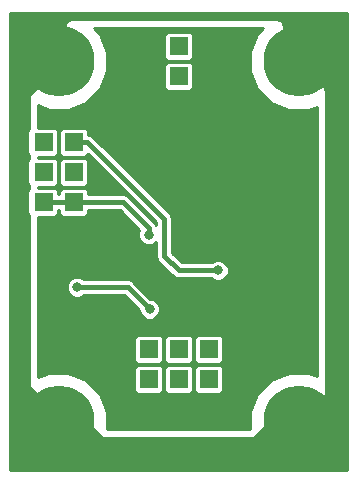
<source format=gbr>
G04 #@! TF.GenerationSoftware,KiCad,Pcbnew,(2017-02-05 revision 431abcf)-makepkg*
G04 #@! TF.CreationDate,2017-03-01T08:27:15+01:00*
G04 #@! TF.ProjectId,SYMPOWER02A,53594D504F5745523032412E6B696361,rev?*
G04 #@! TF.FileFunction,Copper,L1,Top,Signal*
G04 #@! TF.FilePolarity,Positive*
%FSLAX46Y46*%
G04 Gerber Fmt 4.6, Leading zero omitted, Abs format (unit mm)*
G04 Created by KiCad (PCBNEW (2017-02-05 revision 431abcf)-makepkg) date 03/01/17 08:27:15*
%MOMM*%
%LPD*%
G01*
G04 APERTURE LIST*
%ADD10C,1.300000*%
%ADD11C,0.500000*%
%ADD12C,6.000000*%
%ADD13R,1.524000X1.524000*%
%ADD14C,0.800000*%
%ADD15C,0.600000*%
%ADD16C,0.200000*%
%ADD17C,0.250000*%
%ADD18C,0.400000*%
%ADD19C,0.800000*%
%ADD20C,0.254000*%
G04 APERTURE END LIST*
D10*
D11*
X16256000Y20066000D03*
X15556000Y20066000D03*
X16956000Y20066000D03*
D12*
X5080000Y5080000D03*
X25400000Y5080000D03*
X25400000Y35560000D03*
X5080000Y35560000D03*
D13*
X12700000Y34290000D03*
X12700000Y36830000D03*
X15240000Y34290000D03*
X15240000Y36830000D03*
X17780000Y34290000D03*
X17780000Y36830000D03*
X3810000Y26162000D03*
X6350000Y26162000D03*
X6350000Y28702000D03*
X3810000Y28702000D03*
X3810000Y23622000D03*
X6350000Y23622000D03*
X10160000Y8636000D03*
X10160000Y11176000D03*
X12700000Y8636000D03*
X12700000Y11176000D03*
X15240000Y8636000D03*
X15240000Y11176000D03*
X17780000Y8636000D03*
X17780000Y11176000D03*
X20320000Y8636000D03*
X20320000Y11176000D03*
D14*
X19837400Y6273800D03*
X10541000Y6248400D03*
X3835400Y20243800D03*
X19024600Y13690600D03*
X18948400Y14960600D03*
X26111200Y10033000D03*
X9905996Y12674600D03*
X10261600Y20472400D03*
X11303000Y20370800D03*
X11277600Y21412200D03*
X3860800Y21742400D03*
X12852400Y19456400D03*
X5207000Y14732000D03*
X3810000Y14859000D03*
X6858000Y9398000D03*
X10287000Y21463000D03*
X23495000Y18542000D03*
X22352000Y18542000D03*
X20574002Y18796000D03*
X8382000Y11938000D03*
X8382000Y10160000D03*
X8382000Y8636000D03*
X21590000Y32258000D03*
X10414000Y33782000D03*
X10414000Y35560000D03*
X10414000Y37084000D03*
X19812000Y34036000D03*
X19812000Y35560000D03*
X19812000Y37084000D03*
X4064000Y30734000D03*
X7112000Y30734000D03*
X8890000Y30734000D03*
X9906000Y31496000D03*
X11176000Y32766000D03*
X17018000Y27432000D03*
X16002000Y26670000D03*
X16256000Y24638000D03*
X19558000Y27686000D03*
X18288000Y27686000D03*
X16764000Y28448000D03*
X15748000Y29210000D03*
X6654800Y16433798D03*
X12776200Y14579600D03*
X18596887Y17856200D03*
X12700000Y20878800D03*
D15*
X19812000Y6248400D02*
X19837400Y6273800D01*
X10541000Y6248400D02*
X19812000Y6248400D01*
D16*
X3860800Y20269200D02*
X3835400Y20243800D01*
X3860800Y21742400D02*
X3860800Y20269200D01*
D15*
X18948400Y14960600D02*
X18948400Y13766800D01*
X18948400Y13766800D02*
X19024600Y13690600D01*
X22987000Y10033000D02*
X26111200Y10033000D01*
X20320000Y11176000D02*
X21844000Y11176000D01*
X21844000Y11176000D02*
X22987000Y10033000D01*
D17*
X9118600Y12674600D02*
X9905996Y12674600D01*
X8382000Y11938000D02*
X9118600Y12674600D01*
D16*
X11226800Y21463000D02*
X11277600Y21412200D01*
X10287000Y21463000D02*
X11226800Y21463000D01*
X3810000Y14859000D02*
X5080000Y14859000D01*
X5080000Y14859000D02*
X5207000Y14732000D01*
X8382000Y10160000D02*
X7620000Y10160000D01*
X7620000Y10160000D02*
X6858000Y9398000D01*
D17*
X8382000Y8636000D02*
X8382000Y10160000D01*
X21844000Y11176000D02*
X22352000Y11684000D01*
X10414000Y35560000D02*
X10414000Y33782000D01*
X12700000Y36830000D02*
X10668000Y36830000D01*
X10668000Y36830000D02*
X10414000Y37084000D01*
X19812000Y37084000D02*
X19812000Y35560000D01*
X8890000Y30734000D02*
X7112000Y30734000D01*
X11176000Y32766000D02*
X9906000Y31496000D01*
X17272000Y27686000D02*
X17018000Y27432000D01*
X18288000Y27686000D02*
X17272000Y27686000D01*
X16256000Y24638000D02*
X16256000Y26416000D01*
X16256000Y26416000D02*
X16002000Y26670000D01*
X15748000Y29210000D02*
X16002000Y29210000D01*
X16002000Y29210000D02*
X16764000Y28448000D01*
D18*
X7220485Y16433798D02*
X6654800Y16433798D01*
X10922002Y16433798D02*
X7220485Y16433798D01*
X12776200Y14579600D02*
X10922002Y16433798D01*
D19*
X1270000Y27343010D02*
X1270000Y31750000D01*
X1270000Y31750000D02*
X5080000Y35560000D01*
D18*
X1270000Y27343010D02*
X1270000Y16598990D01*
X1270000Y16598990D02*
X1358990Y16510000D01*
D19*
X9652000Y2413000D02*
X18669000Y2413000D01*
X18669000Y2413000D02*
X21082000Y2413000D01*
X23368000Y5080000D02*
X20701000Y2413000D01*
X20701000Y2413000D02*
X18669000Y2413000D01*
X25400000Y5080000D02*
X23368000Y5080000D01*
X6985000Y5080000D02*
X9652000Y2413000D01*
X5080000Y5080000D02*
X6985000Y5080000D01*
D18*
X1358990Y16510000D02*
X1358990Y9817010D01*
D19*
X5080000Y5080000D02*
X1358990Y8801010D01*
X1358990Y8801010D02*
X1358990Y16510000D01*
D17*
X22098000Y1651000D02*
X8509000Y1651000D01*
X8509000Y1651000D02*
X5080000Y5080000D01*
X22400001Y1953001D02*
X22098000Y1651000D01*
X25400000Y5080000D02*
X22400001Y2080001D01*
X22400001Y2080001D02*
X22400001Y1953001D01*
D18*
X6350000Y28702000D02*
X7512000Y28702000D01*
X7512000Y28702000D02*
X14008002Y22205998D01*
X14008002Y22205998D02*
X14008002Y19088198D01*
X14008002Y19088198D02*
X15240000Y17856200D01*
X15240000Y17856200D02*
X18596887Y17856200D01*
X12700000Y21444485D02*
X12700000Y20878800D01*
X6350000Y23622000D02*
X10522485Y23622000D01*
X10522485Y23622000D02*
X12700000Y21444485D01*
X6350000Y23622000D02*
X3810000Y23622000D01*
D20*
G36*
X29516000Y964000D02*
X964000Y964000D01*
X964000Y29464000D01*
X2400560Y29464000D01*
X2400560Y27940000D01*
X2449843Y27692235D01*
X2540000Y27557307D01*
X2540000Y27306693D01*
X2449843Y27171765D01*
X2400560Y26924000D01*
X2400560Y25400000D01*
X2449843Y25152235D01*
X2540000Y25017307D01*
X2540000Y24766693D01*
X2449843Y24631765D01*
X2400560Y24384000D01*
X2400560Y22860000D01*
X2449843Y22612235D01*
X2540000Y22477307D01*
X2540000Y7239000D01*
X2554330Y7104861D01*
X2652908Y6877552D01*
X2830970Y6705269D01*
X3061408Y6614243D01*
X5619300Y6149172D01*
X7375599Y3924526D01*
X7630996Y3731336D01*
X7874000Y3683000D01*
X22479000Y3683000D01*
X22646080Y3705375D01*
X22867803Y3815947D01*
X23030334Y4002952D01*
X24404762Y6408202D01*
X27155393Y6866640D01*
X27294004Y6906336D01*
X27500013Y7043987D01*
X27637664Y7249996D01*
X27686000Y7493000D01*
X27686000Y33020000D01*
X27643674Y33247952D01*
X27511326Y33457407D01*
X27308898Y33600270D01*
X24246508Y34961332D01*
X24155191Y38522677D01*
X24107064Y38749404D01*
X23969413Y38955413D01*
X23763404Y39093064D01*
X23520400Y39141400D01*
X6248400Y39141400D01*
X5903736Y39039722D01*
X5725879Y38867228D01*
X5627571Y38639801D01*
X5017697Y35801541D01*
X2798319Y34166210D01*
X2588336Y33898004D01*
X2540000Y33655000D01*
X2540000Y29846693D01*
X2449843Y29711765D01*
X2400560Y29464000D01*
X964000Y29464000D01*
X964000Y39676000D01*
X29516000Y39676000D01*
X29516000Y964000D01*
X29516000Y964000D01*
G37*
X29516000Y964000D02*
X964000Y964000D01*
X964000Y29464000D01*
X2400560Y29464000D01*
X2400560Y27940000D01*
X2449843Y27692235D01*
X2540000Y27557307D01*
X2540000Y27306693D01*
X2449843Y27171765D01*
X2400560Y26924000D01*
X2400560Y25400000D01*
X2449843Y25152235D01*
X2540000Y25017307D01*
X2540000Y24766693D01*
X2449843Y24631765D01*
X2400560Y24384000D01*
X2400560Y22860000D01*
X2449843Y22612235D01*
X2540000Y22477307D01*
X2540000Y7239000D01*
X2554330Y7104861D01*
X2652908Y6877552D01*
X2830970Y6705269D01*
X3061408Y6614243D01*
X5619300Y6149172D01*
X7375599Y3924526D01*
X7630996Y3731336D01*
X7874000Y3683000D01*
X22479000Y3683000D01*
X22646080Y3705375D01*
X22867803Y3815947D01*
X23030334Y4002952D01*
X24404762Y6408202D01*
X27155393Y6866640D01*
X27294004Y6906336D01*
X27500013Y7043987D01*
X27637664Y7249996D01*
X27686000Y7493000D01*
X27686000Y33020000D01*
X27643674Y33247952D01*
X27511326Y33457407D01*
X27308898Y33600270D01*
X24246508Y34961332D01*
X24155191Y38522677D01*
X24107064Y38749404D01*
X23969413Y38955413D01*
X23763404Y39093064D01*
X23520400Y39141400D01*
X6248400Y39141400D01*
X5903736Y39039722D01*
X5725879Y38867228D01*
X5627571Y38639801D01*
X5017697Y35801541D01*
X2798319Y34166210D01*
X2588336Y33898004D01*
X2540000Y33655000D01*
X2540000Y29846693D01*
X2449843Y29711765D01*
X2400560Y29464000D01*
X964000Y29464000D01*
X964000Y39676000D01*
X29516000Y39676000D01*
X29516000Y964000D01*
G36*
X21903340Y37900810D02*
X21273718Y36384513D01*
X21272285Y34742690D01*
X21899259Y33225296D01*
X23059190Y32063340D01*
X24575487Y31433718D01*
X26217310Y31432285D01*
X26924000Y31724283D01*
X26924000Y8915829D01*
X26224513Y9206282D01*
X24582690Y9207715D01*
X23065296Y8580741D01*
X21903340Y7420810D01*
X21273718Y5904513D01*
X21272444Y4445000D01*
X9206447Y4445000D01*
X9207715Y5897310D01*
X8580741Y7414704D01*
X7420810Y8576660D01*
X5904513Y9206282D01*
X4262690Y9207715D01*
X3302000Y8810766D01*
X3302000Y9398000D01*
X11451656Y9398000D01*
X11451656Y7874000D01*
X11488677Y7687884D01*
X11594103Y7530103D01*
X11751884Y7424677D01*
X11938000Y7387656D01*
X13462000Y7387656D01*
X13648116Y7424677D01*
X13805897Y7530103D01*
X13911323Y7687884D01*
X13948344Y7874000D01*
X13948344Y9398000D01*
X13991656Y9398000D01*
X13991656Y7874000D01*
X14028677Y7687884D01*
X14134103Y7530103D01*
X14291884Y7424677D01*
X14478000Y7387656D01*
X16002000Y7387656D01*
X16188116Y7424677D01*
X16345897Y7530103D01*
X16451323Y7687884D01*
X16488344Y7874000D01*
X16488344Y9398000D01*
X16531656Y9398000D01*
X16531656Y7874000D01*
X16568677Y7687884D01*
X16674103Y7530103D01*
X16831884Y7424677D01*
X17018000Y7387656D01*
X18542000Y7387656D01*
X18728116Y7424677D01*
X18885897Y7530103D01*
X18991323Y7687884D01*
X19028344Y7874000D01*
X19028344Y9398000D01*
X18991323Y9584116D01*
X18885897Y9741897D01*
X18728116Y9847323D01*
X18542000Y9884344D01*
X17018000Y9884344D01*
X16831884Y9847323D01*
X16674103Y9741897D01*
X16568677Y9584116D01*
X16531656Y9398000D01*
X16488344Y9398000D01*
X16451323Y9584116D01*
X16345897Y9741897D01*
X16188116Y9847323D01*
X16002000Y9884344D01*
X14478000Y9884344D01*
X14291884Y9847323D01*
X14134103Y9741897D01*
X14028677Y9584116D01*
X13991656Y9398000D01*
X13948344Y9398000D01*
X13911323Y9584116D01*
X13805897Y9741897D01*
X13648116Y9847323D01*
X13462000Y9884344D01*
X11938000Y9884344D01*
X11751884Y9847323D01*
X11594103Y9741897D01*
X11488677Y9584116D01*
X11451656Y9398000D01*
X3302000Y9398000D01*
X3302000Y11938000D01*
X11451656Y11938000D01*
X11451656Y10414000D01*
X11488677Y10227884D01*
X11594103Y10070103D01*
X11751884Y9964677D01*
X11938000Y9927656D01*
X13462000Y9927656D01*
X13648116Y9964677D01*
X13805897Y10070103D01*
X13911323Y10227884D01*
X13948344Y10414000D01*
X13948344Y11938000D01*
X13991656Y11938000D01*
X13991656Y10414000D01*
X14028677Y10227884D01*
X14134103Y10070103D01*
X14291884Y9964677D01*
X14478000Y9927656D01*
X16002000Y9927656D01*
X16188116Y9964677D01*
X16345897Y10070103D01*
X16451323Y10227884D01*
X16488344Y10414000D01*
X16488344Y11938000D01*
X16531656Y11938000D01*
X16531656Y10414000D01*
X16568677Y10227884D01*
X16674103Y10070103D01*
X16831884Y9964677D01*
X17018000Y9927656D01*
X18542000Y9927656D01*
X18728116Y9964677D01*
X18885897Y10070103D01*
X18991323Y10227884D01*
X19028344Y10414000D01*
X19028344Y11938000D01*
X18991323Y12124116D01*
X18885897Y12281897D01*
X18728116Y12387323D01*
X18542000Y12424344D01*
X17018000Y12424344D01*
X16831884Y12387323D01*
X16674103Y12281897D01*
X16568677Y12124116D01*
X16531656Y11938000D01*
X16488344Y11938000D01*
X16451323Y12124116D01*
X16345897Y12281897D01*
X16188116Y12387323D01*
X16002000Y12424344D01*
X14478000Y12424344D01*
X14291884Y12387323D01*
X14134103Y12281897D01*
X14028677Y12124116D01*
X13991656Y11938000D01*
X13948344Y11938000D01*
X13911323Y12124116D01*
X13805897Y12281897D01*
X13648116Y12387323D01*
X13462000Y12424344D01*
X11938000Y12424344D01*
X11751884Y12387323D01*
X11594103Y12281897D01*
X11488677Y12124116D01*
X11451656Y11938000D01*
X3302000Y11938000D01*
X3302000Y16260117D01*
X5777649Y16260117D01*
X5910882Y15937667D01*
X6157371Y15690747D01*
X6479589Y15556951D01*
X6828481Y15556647D01*
X7150931Y15689880D01*
X7217966Y15756798D01*
X10641580Y15756798D01*
X11899130Y14499248D01*
X11899049Y14405919D01*
X12032282Y14083469D01*
X12278771Y13836549D01*
X12600989Y13702753D01*
X12949881Y13702449D01*
X13272331Y13835682D01*
X13519251Y14082171D01*
X13653047Y14404389D01*
X13653351Y14753281D01*
X13520118Y15075731D01*
X13273629Y15322651D01*
X12951411Y15456447D01*
X12856692Y15456530D01*
X11400713Y16912509D01*
X11374642Y16929929D01*
X11181079Y17059264D01*
X10922002Y17110798D01*
X7218165Y17110798D01*
X7152229Y17176849D01*
X6830011Y17310645D01*
X6481119Y17310949D01*
X6158669Y17177716D01*
X5911749Y16931227D01*
X5777953Y16609009D01*
X5777649Y16260117D01*
X3302000Y16260117D01*
X3302000Y22373656D01*
X4572000Y22373656D01*
X4758116Y22410677D01*
X4915897Y22516103D01*
X5021323Y22673884D01*
X5058344Y22860000D01*
X5058344Y22945000D01*
X5101656Y22945000D01*
X5101656Y22860000D01*
X5138677Y22673884D01*
X5244103Y22516103D01*
X5401884Y22410677D01*
X5588000Y22373656D01*
X7112000Y22373656D01*
X7298116Y22410677D01*
X7455897Y22516103D01*
X7561323Y22673884D01*
X7598344Y22860000D01*
X7598344Y22945000D01*
X10242063Y22945000D01*
X11914078Y21272985D01*
X11823153Y21054011D01*
X11822849Y20705119D01*
X11956082Y20382669D01*
X12202571Y20135749D01*
X12524789Y20001953D01*
X12873681Y20001649D01*
X13196131Y20134882D01*
X13331002Y20269518D01*
X13331002Y19088198D01*
X13382536Y18829121D01*
X13446528Y18733351D01*
X13529291Y18609487D01*
X14761289Y17377489D01*
X14980923Y17230734D01*
X15240000Y17179200D01*
X18033522Y17179200D01*
X18099458Y17113149D01*
X18421676Y16979353D01*
X18770568Y16979049D01*
X19093018Y17112282D01*
X19339938Y17358771D01*
X19473734Y17680989D01*
X19474038Y18029881D01*
X19340805Y18352331D01*
X19094316Y18599251D01*
X18772098Y18733047D01*
X18423206Y18733351D01*
X18100756Y18600118D01*
X18033721Y18533200D01*
X15520422Y18533200D01*
X14685002Y19368620D01*
X14685002Y22205998D01*
X14633468Y22465075D01*
X14486713Y22684709D01*
X7990711Y29180711D01*
X7771077Y29327466D01*
X7598344Y29361825D01*
X7598344Y29464000D01*
X7561323Y29650116D01*
X7455897Y29807897D01*
X7298116Y29913323D01*
X7112000Y29950344D01*
X5588000Y29950344D01*
X5401884Y29913323D01*
X5244103Y29807897D01*
X5138677Y29650116D01*
X5101656Y29464000D01*
X5101656Y27940000D01*
X5138677Y27753884D01*
X5244103Y27596103D01*
X5401884Y27490677D01*
X5588000Y27453656D01*
X7112000Y27453656D01*
X7298116Y27490677D01*
X7455897Y27596103D01*
X7537840Y27718738D01*
X13331002Y21925576D01*
X13331002Y21675731D01*
X13325466Y21703562D01*
X13178711Y21923196D01*
X11001196Y24100711D01*
X10781562Y24247466D01*
X10522485Y24299000D01*
X7598344Y24299000D01*
X7598344Y24384000D01*
X7561323Y24570116D01*
X7455897Y24727897D01*
X7298116Y24833323D01*
X7112000Y24870344D01*
X5588000Y24870344D01*
X5401884Y24833323D01*
X5244103Y24727897D01*
X5138677Y24570116D01*
X5101656Y24384000D01*
X5101656Y24299000D01*
X5058344Y24299000D01*
X5058344Y24384000D01*
X5021323Y24570116D01*
X4915897Y24727897D01*
X4758116Y24833323D01*
X4572000Y24870344D01*
X3302000Y24870344D01*
X3302000Y24913656D01*
X4572000Y24913656D01*
X4758116Y24950677D01*
X4915897Y25056103D01*
X5021323Y25213884D01*
X5058344Y25400000D01*
X5058344Y26924000D01*
X5101656Y26924000D01*
X5101656Y25400000D01*
X5138677Y25213884D01*
X5244103Y25056103D01*
X5401884Y24950677D01*
X5588000Y24913656D01*
X7112000Y24913656D01*
X7298116Y24950677D01*
X7455897Y25056103D01*
X7561323Y25213884D01*
X7598344Y25400000D01*
X7598344Y26924000D01*
X7561323Y27110116D01*
X7455897Y27267897D01*
X7298116Y27373323D01*
X7112000Y27410344D01*
X5588000Y27410344D01*
X5401884Y27373323D01*
X5244103Y27267897D01*
X5138677Y27110116D01*
X5101656Y26924000D01*
X5058344Y26924000D01*
X5021323Y27110116D01*
X4915897Y27267897D01*
X4758116Y27373323D01*
X4572000Y27410344D01*
X3302000Y27410344D01*
X3302000Y27453656D01*
X4572000Y27453656D01*
X4758116Y27490677D01*
X4915897Y27596103D01*
X5021323Y27753884D01*
X5058344Y27940000D01*
X5058344Y29464000D01*
X5021323Y29650116D01*
X4915897Y29807897D01*
X4758116Y29913323D01*
X4572000Y29950344D01*
X3302000Y29950344D01*
X3302000Y31829641D01*
X4255487Y31433718D01*
X5897310Y31432285D01*
X7414704Y32059259D01*
X8576660Y33219190D01*
X9206282Y34735487D01*
X9206558Y35052000D01*
X13991656Y35052000D01*
X13991656Y33528000D01*
X14028677Y33341884D01*
X14134103Y33184103D01*
X14291884Y33078677D01*
X14478000Y33041656D01*
X16002000Y33041656D01*
X16188116Y33078677D01*
X16345897Y33184103D01*
X16451323Y33341884D01*
X16488344Y33528000D01*
X16488344Y35052000D01*
X16451323Y35238116D01*
X16345897Y35395897D01*
X16188116Y35501323D01*
X16002000Y35538344D01*
X14478000Y35538344D01*
X14291884Y35501323D01*
X14134103Y35395897D01*
X14028677Y35238116D01*
X13991656Y35052000D01*
X9206558Y35052000D01*
X9207715Y36377310D01*
X8705816Y37592000D01*
X13991656Y37592000D01*
X13991656Y36068000D01*
X14028677Y35881884D01*
X14134103Y35724103D01*
X14291884Y35618677D01*
X14478000Y35581656D01*
X16002000Y35581656D01*
X16188116Y35618677D01*
X16345897Y35724103D01*
X16451323Y35881884D01*
X16488344Y36068000D01*
X16488344Y37592000D01*
X16451323Y37778116D01*
X16345897Y37935897D01*
X16188116Y38041323D01*
X16002000Y38078344D01*
X14478000Y38078344D01*
X14291884Y38041323D01*
X14134103Y37935897D01*
X14028677Y37778116D01*
X13991656Y37592000D01*
X8705816Y37592000D01*
X8580741Y37894704D01*
X8096890Y38379400D01*
X22382766Y38379400D01*
X21903340Y37900810D01*
X21903340Y37900810D01*
G37*
X21903340Y37900810D02*
X21273718Y36384513D01*
X21272285Y34742690D01*
X21899259Y33225296D01*
X23059190Y32063340D01*
X24575487Y31433718D01*
X26217310Y31432285D01*
X26924000Y31724283D01*
X26924000Y8915829D01*
X26224513Y9206282D01*
X24582690Y9207715D01*
X23065296Y8580741D01*
X21903340Y7420810D01*
X21273718Y5904513D01*
X21272444Y4445000D01*
X9206447Y4445000D01*
X9207715Y5897310D01*
X8580741Y7414704D01*
X7420810Y8576660D01*
X5904513Y9206282D01*
X4262690Y9207715D01*
X3302000Y8810766D01*
X3302000Y9398000D01*
X11451656Y9398000D01*
X11451656Y7874000D01*
X11488677Y7687884D01*
X11594103Y7530103D01*
X11751884Y7424677D01*
X11938000Y7387656D01*
X13462000Y7387656D01*
X13648116Y7424677D01*
X13805897Y7530103D01*
X13911323Y7687884D01*
X13948344Y7874000D01*
X13948344Y9398000D01*
X13991656Y9398000D01*
X13991656Y7874000D01*
X14028677Y7687884D01*
X14134103Y7530103D01*
X14291884Y7424677D01*
X14478000Y7387656D01*
X16002000Y7387656D01*
X16188116Y7424677D01*
X16345897Y7530103D01*
X16451323Y7687884D01*
X16488344Y7874000D01*
X16488344Y9398000D01*
X16531656Y9398000D01*
X16531656Y7874000D01*
X16568677Y7687884D01*
X16674103Y7530103D01*
X16831884Y7424677D01*
X17018000Y7387656D01*
X18542000Y7387656D01*
X18728116Y7424677D01*
X18885897Y7530103D01*
X18991323Y7687884D01*
X19028344Y7874000D01*
X19028344Y9398000D01*
X18991323Y9584116D01*
X18885897Y9741897D01*
X18728116Y9847323D01*
X18542000Y9884344D01*
X17018000Y9884344D01*
X16831884Y9847323D01*
X16674103Y9741897D01*
X16568677Y9584116D01*
X16531656Y9398000D01*
X16488344Y9398000D01*
X16451323Y9584116D01*
X16345897Y9741897D01*
X16188116Y9847323D01*
X16002000Y9884344D01*
X14478000Y9884344D01*
X14291884Y9847323D01*
X14134103Y9741897D01*
X14028677Y9584116D01*
X13991656Y9398000D01*
X13948344Y9398000D01*
X13911323Y9584116D01*
X13805897Y9741897D01*
X13648116Y9847323D01*
X13462000Y9884344D01*
X11938000Y9884344D01*
X11751884Y9847323D01*
X11594103Y9741897D01*
X11488677Y9584116D01*
X11451656Y9398000D01*
X3302000Y9398000D01*
X3302000Y11938000D01*
X11451656Y11938000D01*
X11451656Y10414000D01*
X11488677Y10227884D01*
X11594103Y10070103D01*
X11751884Y9964677D01*
X11938000Y9927656D01*
X13462000Y9927656D01*
X13648116Y9964677D01*
X13805897Y10070103D01*
X13911323Y10227884D01*
X13948344Y10414000D01*
X13948344Y11938000D01*
X13991656Y11938000D01*
X13991656Y10414000D01*
X14028677Y10227884D01*
X14134103Y10070103D01*
X14291884Y9964677D01*
X14478000Y9927656D01*
X16002000Y9927656D01*
X16188116Y9964677D01*
X16345897Y10070103D01*
X16451323Y10227884D01*
X16488344Y10414000D01*
X16488344Y11938000D01*
X16531656Y11938000D01*
X16531656Y10414000D01*
X16568677Y10227884D01*
X16674103Y10070103D01*
X16831884Y9964677D01*
X17018000Y9927656D01*
X18542000Y9927656D01*
X18728116Y9964677D01*
X18885897Y10070103D01*
X18991323Y10227884D01*
X19028344Y10414000D01*
X19028344Y11938000D01*
X18991323Y12124116D01*
X18885897Y12281897D01*
X18728116Y12387323D01*
X18542000Y12424344D01*
X17018000Y12424344D01*
X16831884Y12387323D01*
X16674103Y12281897D01*
X16568677Y12124116D01*
X16531656Y11938000D01*
X16488344Y11938000D01*
X16451323Y12124116D01*
X16345897Y12281897D01*
X16188116Y12387323D01*
X16002000Y12424344D01*
X14478000Y12424344D01*
X14291884Y12387323D01*
X14134103Y12281897D01*
X14028677Y12124116D01*
X13991656Y11938000D01*
X13948344Y11938000D01*
X13911323Y12124116D01*
X13805897Y12281897D01*
X13648116Y12387323D01*
X13462000Y12424344D01*
X11938000Y12424344D01*
X11751884Y12387323D01*
X11594103Y12281897D01*
X11488677Y12124116D01*
X11451656Y11938000D01*
X3302000Y11938000D01*
X3302000Y16260117D01*
X5777649Y16260117D01*
X5910882Y15937667D01*
X6157371Y15690747D01*
X6479589Y15556951D01*
X6828481Y15556647D01*
X7150931Y15689880D01*
X7217966Y15756798D01*
X10641580Y15756798D01*
X11899130Y14499248D01*
X11899049Y14405919D01*
X12032282Y14083469D01*
X12278771Y13836549D01*
X12600989Y13702753D01*
X12949881Y13702449D01*
X13272331Y13835682D01*
X13519251Y14082171D01*
X13653047Y14404389D01*
X13653351Y14753281D01*
X13520118Y15075731D01*
X13273629Y15322651D01*
X12951411Y15456447D01*
X12856692Y15456530D01*
X11400713Y16912509D01*
X11374642Y16929929D01*
X11181079Y17059264D01*
X10922002Y17110798D01*
X7218165Y17110798D01*
X7152229Y17176849D01*
X6830011Y17310645D01*
X6481119Y17310949D01*
X6158669Y17177716D01*
X5911749Y16931227D01*
X5777953Y16609009D01*
X5777649Y16260117D01*
X3302000Y16260117D01*
X3302000Y22373656D01*
X4572000Y22373656D01*
X4758116Y22410677D01*
X4915897Y22516103D01*
X5021323Y22673884D01*
X5058344Y22860000D01*
X5058344Y22945000D01*
X5101656Y22945000D01*
X5101656Y22860000D01*
X5138677Y22673884D01*
X5244103Y22516103D01*
X5401884Y22410677D01*
X5588000Y22373656D01*
X7112000Y22373656D01*
X7298116Y22410677D01*
X7455897Y22516103D01*
X7561323Y22673884D01*
X7598344Y22860000D01*
X7598344Y22945000D01*
X10242063Y22945000D01*
X11914078Y21272985D01*
X11823153Y21054011D01*
X11822849Y20705119D01*
X11956082Y20382669D01*
X12202571Y20135749D01*
X12524789Y20001953D01*
X12873681Y20001649D01*
X13196131Y20134882D01*
X13331002Y20269518D01*
X13331002Y19088198D01*
X13382536Y18829121D01*
X13446528Y18733351D01*
X13529291Y18609487D01*
X14761289Y17377489D01*
X14980923Y17230734D01*
X15240000Y17179200D01*
X18033522Y17179200D01*
X18099458Y17113149D01*
X18421676Y16979353D01*
X18770568Y16979049D01*
X19093018Y17112282D01*
X19339938Y17358771D01*
X19473734Y17680989D01*
X19474038Y18029881D01*
X19340805Y18352331D01*
X19094316Y18599251D01*
X18772098Y18733047D01*
X18423206Y18733351D01*
X18100756Y18600118D01*
X18033721Y18533200D01*
X15520422Y18533200D01*
X14685002Y19368620D01*
X14685002Y22205998D01*
X14633468Y22465075D01*
X14486713Y22684709D01*
X7990711Y29180711D01*
X7771077Y29327466D01*
X7598344Y29361825D01*
X7598344Y29464000D01*
X7561323Y29650116D01*
X7455897Y29807897D01*
X7298116Y29913323D01*
X7112000Y29950344D01*
X5588000Y29950344D01*
X5401884Y29913323D01*
X5244103Y29807897D01*
X5138677Y29650116D01*
X5101656Y29464000D01*
X5101656Y27940000D01*
X5138677Y27753884D01*
X5244103Y27596103D01*
X5401884Y27490677D01*
X5588000Y27453656D01*
X7112000Y27453656D01*
X7298116Y27490677D01*
X7455897Y27596103D01*
X7537840Y27718738D01*
X13331002Y21925576D01*
X13331002Y21675731D01*
X13325466Y21703562D01*
X13178711Y21923196D01*
X11001196Y24100711D01*
X10781562Y24247466D01*
X10522485Y24299000D01*
X7598344Y24299000D01*
X7598344Y24384000D01*
X7561323Y24570116D01*
X7455897Y24727897D01*
X7298116Y24833323D01*
X7112000Y24870344D01*
X5588000Y24870344D01*
X5401884Y24833323D01*
X5244103Y24727897D01*
X5138677Y24570116D01*
X5101656Y24384000D01*
X5101656Y24299000D01*
X5058344Y24299000D01*
X5058344Y24384000D01*
X5021323Y24570116D01*
X4915897Y24727897D01*
X4758116Y24833323D01*
X4572000Y24870344D01*
X3302000Y24870344D01*
X3302000Y24913656D01*
X4572000Y24913656D01*
X4758116Y24950677D01*
X4915897Y25056103D01*
X5021323Y25213884D01*
X5058344Y25400000D01*
X5058344Y26924000D01*
X5101656Y26924000D01*
X5101656Y25400000D01*
X5138677Y25213884D01*
X5244103Y25056103D01*
X5401884Y24950677D01*
X5588000Y24913656D01*
X7112000Y24913656D01*
X7298116Y24950677D01*
X7455897Y25056103D01*
X7561323Y25213884D01*
X7598344Y25400000D01*
X7598344Y26924000D01*
X7561323Y27110116D01*
X7455897Y27267897D01*
X7298116Y27373323D01*
X7112000Y27410344D01*
X5588000Y27410344D01*
X5401884Y27373323D01*
X5244103Y27267897D01*
X5138677Y27110116D01*
X5101656Y26924000D01*
X5058344Y26924000D01*
X5021323Y27110116D01*
X4915897Y27267897D01*
X4758116Y27373323D01*
X4572000Y27410344D01*
X3302000Y27410344D01*
X3302000Y27453656D01*
X4572000Y27453656D01*
X4758116Y27490677D01*
X4915897Y27596103D01*
X5021323Y27753884D01*
X5058344Y27940000D01*
X5058344Y29464000D01*
X5021323Y29650116D01*
X4915897Y29807897D01*
X4758116Y29913323D01*
X4572000Y29950344D01*
X3302000Y29950344D01*
X3302000Y31829641D01*
X4255487Y31433718D01*
X5897310Y31432285D01*
X7414704Y32059259D01*
X8576660Y33219190D01*
X9206282Y34735487D01*
X9206558Y35052000D01*
X13991656Y35052000D01*
X13991656Y33528000D01*
X14028677Y33341884D01*
X14134103Y33184103D01*
X14291884Y33078677D01*
X14478000Y33041656D01*
X16002000Y33041656D01*
X16188116Y33078677D01*
X16345897Y33184103D01*
X16451323Y33341884D01*
X16488344Y33528000D01*
X16488344Y35052000D01*
X16451323Y35238116D01*
X16345897Y35395897D01*
X16188116Y35501323D01*
X16002000Y35538344D01*
X14478000Y35538344D01*
X14291884Y35501323D01*
X14134103Y35395897D01*
X14028677Y35238116D01*
X13991656Y35052000D01*
X9206558Y35052000D01*
X9207715Y36377310D01*
X8705816Y37592000D01*
X13991656Y37592000D01*
X13991656Y36068000D01*
X14028677Y35881884D01*
X14134103Y35724103D01*
X14291884Y35618677D01*
X14478000Y35581656D01*
X16002000Y35581656D01*
X16188116Y35618677D01*
X16345897Y35724103D01*
X16451323Y35881884D01*
X16488344Y36068000D01*
X16488344Y37592000D01*
X16451323Y37778116D01*
X16345897Y37935897D01*
X16188116Y38041323D01*
X16002000Y38078344D01*
X14478000Y38078344D01*
X14291884Y38041323D01*
X14134103Y37935897D01*
X14028677Y37778116D01*
X13991656Y37592000D01*
X8705816Y37592000D01*
X8580741Y37894704D01*
X8096890Y38379400D01*
X22382766Y38379400D01*
X21903340Y37900810D01*
M02*

</source>
